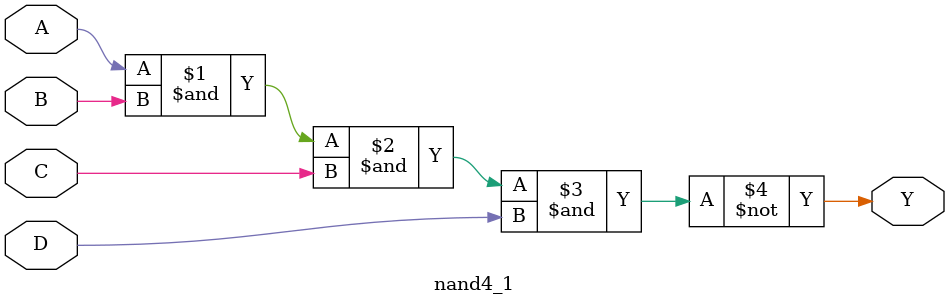
<source format=sv>
module nand4_1 (input wire A, input wire B, input wire C, input wire D, output wire Y);
    assign Y = ~(A & B & C & D);  // Four-input NAND operation
endmodule
</source>
